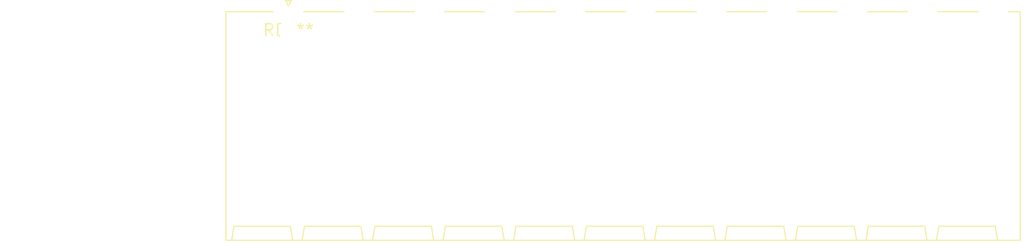
<source format=kicad_pcb>
(kicad_pcb (version 20240108) (generator pcbnew)
  (layers (0 "F.Cu" signal) (31 "B.Cu" signal) (34 "B.Paste" user) (35 "F.Paste" user) (36 "B.SilkS" user "B.Silkscreen") (37 "F.SilkS" user "F.Silkscreen") (38 "B.Mask" user) (39 "F.Mask" user) (44 "Edge.Cuts" user))
  (net 0 "")
  (footprint "PhoenixContact_SPT_5_11-H-7.5-ZB_1x11_P7.5mm_Horizontal" (layer "F.Cu") (at 0 0)
    (property "Reference" "REF**")
    (property "Value" "PhoenixContact_SPT_5_11-H-7.5-ZB_1x11_P7.5mm_Horizontal")
    (fp_line (start -6.66 -1.96) (end -1.6 -1.96) (layer "F.SilkS") (stroke (width 0.12)))
    (fp_line (start -6.66 22.41) (end -6.66 -1.96) (layer "F.SilkS") (stroke (width 0.12)))
    (fp_line (start -6.05 22.41) (end -5.8 20.91) (layer "F.SilkS") (stroke (width 0.12)))
    (fp_line (start -5.8 20.91) (end 0.2 20.91) (layer "F.SilkS") (stroke (width 0.12)))
    (fp_line (start -0.3 -3.15) (end 0 -2.55) (layer "F.SilkS") (stroke (width 0.12)))
    (fp_line (start -0.3 -3.15) (end 0.3 -3.15) (layer "F.SilkS") (stroke (width 0.12)))
    (fp_line (start 0.3 -3.15) (end 0 -2.55) (layer "F.SilkS") (stroke (width 0.12)))
    (fp_line (start 0.45 22.41) (end 0.2 20.91) (layer "F.SilkS") (stroke (width 0.12)))
    (fp_line (start 1.45 22.41) (end 1.7 20.91) (layer "F.SilkS") (stroke (width 0.12)))
    (fp_line (start 1.6 -1.96) (end 5.9 -1.96) (layer "F.SilkS") (stroke (width 0.12)))
    (fp_line (start 1.7 20.91) (end 7.7 20.91) (layer "F.SilkS") (stroke (width 0.12)))
    (fp_line (start 7.95 22.41) (end 7.7 20.91) (layer "F.SilkS") (stroke (width 0.12)))
    (fp_line (start 8.95 22.41) (end 9.2 20.91) (layer "F.SilkS") (stroke (width 0.12)))
    (fp_line (start 9.1 -1.96) (end 13.4 -1.96) (layer "F.SilkS") (stroke (width 0.12)))
    (fp_line (start 9.2 20.91) (end 15.2 20.91) (layer "F.SilkS") (stroke (width 0.12)))
    (fp_line (start 15.45 22.41) (end 15.2 20.91) (layer "F.SilkS") (stroke (width 0.12)))
    (fp_line (start 16.45 22.41) (end 16.7 20.91) (layer "F.SilkS") (stroke (width 0.12)))
    (fp_line (start 16.6 -1.96) (end 20.9 -1.96) (layer "F.SilkS") (stroke (width 0.12)))
    (fp_line (start 16.7 20.91) (end 22.7 20.91) (layer "F.SilkS") (stroke (width 0.12)))
    (fp_line (start 22.95 22.41) (end 22.7 20.91) (layer "F.SilkS") (stroke (width 0.12)))
    (fp_line (start 23.95 22.41) (end 24.2 20.91) (layer "F.SilkS") (stroke (width 0.12)))
    (fp_line (start 24.1 -1.96) (end 28.4 -1.96) (layer "F.SilkS") (stroke (width 0.12)))
    (fp_line (start 24.2 20.91) (end 30.2 20.91) (layer "F.SilkS") (stroke (width 0.12)))
    (fp_line (start 30.45 22.41) (end 30.2 20.91) (layer "F.SilkS") (stroke (width 0.12)))
    (fp_line (start 31.45 22.41) (end 31.7 20.91) (layer "F.SilkS") (stroke (width 0.12)))
    (fp_line (start 31.6 -1.96) (end 35.9 -1.96) (layer "F.SilkS") (stroke (width 0.12)))
    (fp_line (start 31.7 20.91) (end 37.7 20.91) (layer "F.SilkS") (stroke (width 0.12)))
    (fp_line (start 37.95 22.41) (end 37.7 20.91) (layer "F.SilkS") (stroke (width 0.12)))
    (fp_line (start 38.95 22.41) (end 39.2 20.91) (layer "F.SilkS") (stroke (width 0.12)))
    (fp_line (start 39.1 -1.96) (end 43.4 -1.96) (layer "F.SilkS") (stroke (width 0.12)))
    (fp_line (start 39.2 20.91) (end 45.2 20.91) (layer "F.SilkS") (stroke (width 0.12)))
    (fp_line (start 45.45 22.41) (end 45.2 20.91) (layer "F.SilkS") (stroke (width 0.12)))
    (fp_line (start 46.45 22.41) (end 46.7 20.91) (layer "F.SilkS") (stroke (width 0.12)))
    (fp_line (start 46.6 -1.96) (end 50.9 -1.96) (layer "F.SilkS") (stroke (width 0.12)))
    (fp_line (start 46.7 20.91) (end 52.7 20.91) (layer "F.SilkS") (stroke (width 0.12)))
    (fp_line (start 52.95 22.41) (end 52.7 20.91) (layer "F.SilkS") (stroke (width 0.12)))
    (fp_line (start 53.95 22.41) (end 54.2 20.91) (layer "F.SilkS") (stroke (width 0.12)))
    (fp_line (start 54.1 -1.96) (end 58.4 -1.96) (layer "F.SilkS") (stroke (width 0.12)))
    (fp_line (start 54.2 20.91) (end 60.2 20.91) (layer "F.SilkS") (stroke (width 0.12)))
    (fp_line (start 60.45 22.41) (end 60.2 20.91) (layer "F.SilkS") (stroke (width 0.12)))
    (fp_line (start 61.45 22.41) (end 61.7 20.91) (layer "F.SilkS") (stroke (width 0.12)))
    (fp_line (start 61.6 -1.96) (end 65.9 -1.96) (layer "F.SilkS") (stroke (width 0.12)))
    (fp_line (start 61.7 20.91) (end 67.7 20.91) (layer "F.SilkS") (stroke (width 0.12)))
    (fp_line (start 67.95 22.41) (end 67.7 20.91) (layer "F.SilkS") (stroke (width 0.12)))
    (fp_line (start 68.95 22.41) (end 69.2 20.91) (layer "F.SilkS") (stroke (width 0.12)))
    (fp_line (start 69.1 -1.96) (end 73.4 -1.96) (layer "F.SilkS") (stroke (width 0.12)))
    (fp_line (start 69.2 20.91) (end 75.2 20.91) (layer "F.SilkS") (stroke (width 0.12)))
    (fp_line (start 75.45 22.41) (end 75.2 20.91) (layer "F.SilkS") (stroke (width 0.12)))
    (fp_line (start 76.6 -1.96) (end 77.86 -1.96) (layer "F.SilkS") (stroke (width 0.12)))
    (fp_line (start 77.86 -1.96) (end 77.86 22.41) (layer "F.SilkS") (stroke (width 0.12)))
    (fp_line (start 77.86 22.41) (end -6.66 22.41) (layer "F.SilkS") (stroke (width 0.12)))
    (pad "1" thru_hole roundrect (at 0 0) (size 2.8 4.3) (drill 2.1) (layers *.Cu *.Mask) (remove_unused_layers) (roundrect_rratio 0.089286))
    (pad "2" thru_hole oval (at 7.5 13.2) (size 2.8 4.3) (drill 2.1) (layers *.Cu *.Mask) (remove_unused_layers))
    (pad "3" thru_hole oval (at 15 0) (size 2.8 4.3) (drill 2.1) (layers *.Cu *.Mask) (remove_unused_layers))
    (pad "4" thru_hole oval (at 22.5 13.2) (size 2.8 4.3) (drill 2.1) (layers *.Cu *.Mask) (remove_unused_layers))
    (pad "5" thru_hole oval (at 30 0) (size 2.8 4.3) (drill 2.1) (layers *.Cu *.Mask) (remove_unused_layers))
    (pad "6" thru_hole oval (at 37.5 13.2) (size 2.8 4.3) (drill 2.1) (layers *.Cu *.Mask) (remove_unused_layers))
    (pad "7" thru_hole oval (at 45 0) (size 2.8 4.3) (drill 2.1) (layers *.Cu *.Mask) (remove_unused_layers))
    (pad "8" thru_hole oval (at 52.5 13.2) (size 2.8 4.3) (drill 2.1) (layers *.Cu *.Mask) (remove_unused_layers))
    (pad "9" thru_hole oval (at 60 0) (size 2.8 4.3) (drill 2.1) (layers *.Cu *.Mask) (remove_unused_layers))
    (pad "10" thru_hole oval (at 67.5 13.2) (size 2.8 4.3) (drill 2.1) (layers *.Cu *.Mask) (remove_unused_layers))
    (pad "11" thru_hole oval (at 75 0) (size 2.8 4.3) (drill 2.1) (layers *.Cu *.Mask) (remove_unused_layers))
  )
)
</source>
